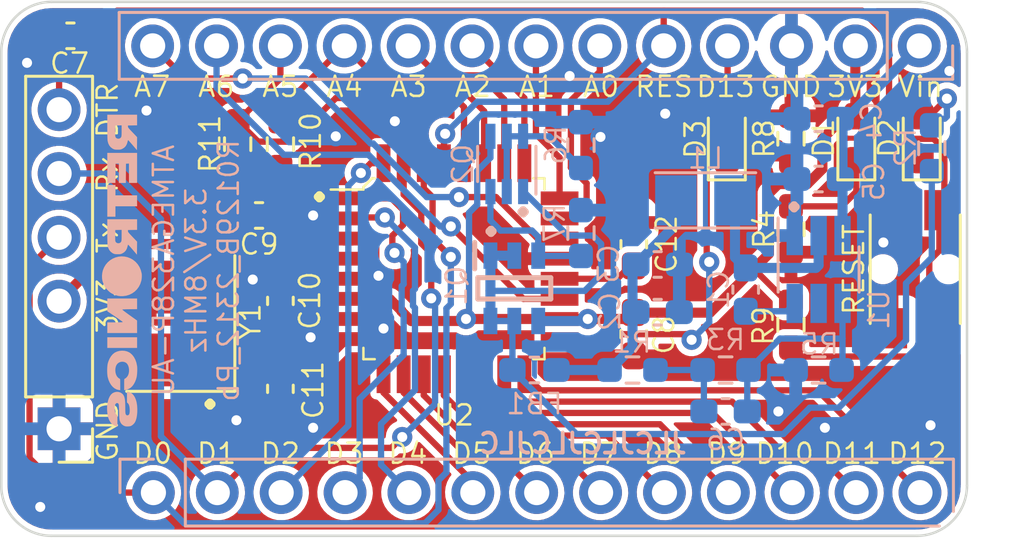
<source format=kicad_pcb>
(kicad_pcb (version 20211014) (generator pcbnew)
  (layers (0 "F.Cu" signal) (31 "B.Cu" signal) (34 "B.Paste" user) (35 "F.Paste" user) (36 "B.SilkS" user "B.Silkscreen") (37 "F.SilkS" user "F.Silkscreen") (38 "B.Mask" user) (39 "F.Mask" user) (44 "Edge.Cuts" user))
  (net 0 "")
  (net 1 "GND")
  (net 2 "Net-(C1-Pad1)")
  (net 3 "Net-(C1-Pad2)")
  (net 4 "VCC")
  (net 5 "Net-(C6-Pad1)")
  (net 6 "Net-(C7-Pad1)")
  (net 7 "RESET")
  (net 8 "Net-(C2-Pad2)")
  (net 9 "VDC")
  (net 10 "D0")
  (net 11 "D1")
  (net 12 "A0")
  (net 13 "A1")
  (net 14 "A2")
  (net 15 "A3")
  (net 16 "A4")
  (net 17 "A5")
  (net 18 "A6")
  (net 19 "A7")
  (net 20 "D2")
  (net 21 "D3")
  (net 22 "D4")
  (net 23 "D5")
  (net 24 "D6")
  (net 25 "D7")
  (net 26 "D8")
  (net 27 "D9")
  (net 28 "D10")
  (net 29 "D11")
  (net 30 "D12")
  (net 31 "D13")
  (net 32 "Net-(C6-Pad2)")
  (net 33 "Net-(C10-Pad1)")
  (net 34 "Net-(C11-Pad1)")
  (net 35 "Net-(C12-Pad2)")
  (net 36 "Net-(Q1-Pad3)")
  (net 37 "Net-(Q2-Pad2)")
  (net 39 "Net-(FB1-Pad2)")
  (net 40 "Net-(D3-Pad1)")
  (net 41 "Net-(D1-Pad1)")
  (net 42 "Net-(D2-Pad2)")
  (footprint "Resistor_SMD:R_0603_1608Metric_Pad0.98x0.95mm_HandSolder" (layer "F.Cu") (at 188.9 84.1 -90)
    (fp_text reference "R9")
    (fp_text value "10kΩ")
  )
  (footprint "Resistor_SMD:R_0603_1608Metric_Pad0.98x0.95mm_HandSolder" (layer "F.Cu") (at 188.9 76.6975 -90)
    (fp_text reference "R8")
    (fp_text value "560Ω")
  )
  (footprint "LED_SMD:LED_0603_1608Metric_Pad1.05x0.95mm_HandSolder" (layer "F.Cu") (at 191.5 76.675 90)
    (fp_text reference "D1")
    (fp_text value "\"Vcc\"")
  )
  (footprint "Capacitor_SMD:C_0603_1608Metric_Pad1.08x0.95mm_HandSolder" (layer "F.Cu") (at 168.6 83.15 90)
    (fp_text reference "C10")
    (fp_text value "22pF")
  )
  (footprint "Crystal:Crystal_SMD_SeikoEpson_TSX3225-4Pin_3.2x2.5mm_HandSoldering" (layer "F.Cu") (at 164.6375 84.05 90)
    (fp_text reference "Y1")
    (fp_text value "16MHz 16pF")
  )
  (footprint "Capacitor_SMD:C_0603_1608Metric_Pad1.08x0.95mm_HandSolder" (layer "F.Cu") (at 182.65 80.895 -90)
    (fp_text reference "C12")
    (fp_text value "100nF")
  )
  (footprint "Resistor_SMD:R_0603_1608Metric_Pad0.98x0.95mm_HandSolder" (layer "F.Cu") (at 166.9 76.9125 90)
    (fp_text reference "R11")
    (fp_text value "10kΩ")
  )
  (footprint "Capacitor_SMD:C_0603_1608Metric_Pad1.08x0.95mm_HandSolder" (layer "F.Cu") (at 160.25 72.6)
    (fp_text reference "C7")
    (fp_text value "10nF")
  )
  (footprint "myDevices:Tactile_sw_SMD_side_01" (layer "F.Cu") (at 194.0825 81.89 90)
    (fp_text reference "SW1" hide)
    (fp_text value "RESET")
  )
  (footprint "Capacitor_SMD:C_0603_1608Metric_Pad1.08x0.95mm_HandSolder" (layer "F.Cu") (at 168.6 86.65 -90)
    (fp_text reference "C11")
    (fp_text value "22pF")
  )
  (footprint "LED_SMD:LED_0603_1608Metric_Pad1.05x0.95mm_HandSolder" (layer "F.Cu") (at 194.1 76.675 90)
    (fp_text reference "D2")
    (fp_text value "\"Vin\"")
  )
  (footprint "Capacitor_SMD:C_0603_1608Metric_Pad1.08x0.95mm_HandSolder" (layer "F.Cu") (at 182.65 84.475 90)
    (fp_text reference "C8")
    (fp_text value "100nF")
  )
  (footprint "Connector_PinHeader_2.54mm:PinHeader_1x06_P2.54mm_Vertical" (layer "F.Cu") (at 159.8 88.24 180)
    (fp_text reference "J3" hide)
    (fp_text value "FTDI")
  )
  (footprint "Capacitor_SMD:C_0603_1608Metric_Pad1.08x0.95mm_HandSolder" (layer "F.Cu") (at 167.75 79.75)
    (fp_text reference "C9")
    (fp_text value "100nF")
  )
  (footprint "digikey-footprints:TQFP-32_7x7mm" (layer "F.Cu") (at 175.5 81.87)
    (fp_text reference "U2")
    (fp_text value "ATMEGA328P-AU")
  )
  (footprint "Resistor_SMD:R_0603_1608Metric_Pad0.98x0.95mm_HandSolder" (layer "F.Cu") (at 168.6 76.9125 -90)
    (fp_text reference "R10")
    (fp_text value "10kΩ")
  )
  (footprint "Resistor_SMD:R_0603_1608Metric_Pad0.98x0.95mm_HandSolder" (layer "F.Cu") (at 188.9 80.3 -90)
    (fp_text reference "R4")
    (fp_text value "560Ω")
  )
  (footprint "LED_SMD:LED_0603_1608Metric_Pad1.05x0.95mm_HandSolder" (layer "F.Cu") (at 186.35 76.675 90)
    (fp_text reference "D3")
    (fp_text value "\"D13\"")
  )
  (footprint "Resistor_SMD:R_0603_1608Metric_Pad0.98x0.95mm_HandSolder" (layer "B.Cu") (at 194.5 77.075 90)
    (fp_text reference "R2")
    (fp_text value "560Ω")
  )
  (footprint "Capacitor_SMD:C_0603_1608Metric_Pad1.08x0.95mm_HandSolder" (layer "B.Cu") (at 186.3 87.55 180)
    (fp_text reference "C6")
    (fp_text value "75pF")
  )
  (footprint "Resistor_SMD:R_0603_1608Metric_Pad0.98x0.95mm_HandSolder" (layer "B.Cu") (at 180.55 80.45 -90)
    (fp_text reference "R7")
    (fp_text value "10kΩ")
  )
  (footprint "Capacitor_SMD:C_0603_1608Metric_Pad1.08x0.95mm_HandSolder" (layer "B.Cu") (at 183.6 81.7 180)
    (fp_text reference "C3")
    (fp_text value "22µF 10V")
  )
  (footprint "Capacitor_SMD:C_0603_1608Metric_Pad1.08x0.95mm_HandSolder" (layer "B.Cu") (at 187.1 82.7 -90)
    (fp_text reference "C1")
    (fp_text value "100nF")
  )
  (footprint "SamacSys_Parts:SOT95P280X100-6N" (layer "B.Cu") (at 177.9 82.65 -90)
    (fp_text reference "Q1")
    (fp_text value "Si3493DDV" hide)
  )
  (footprint "Resistor_SMD:R_0603_1608Metric_Pad0.98x0.95mm_HandSolder" (layer "B.Cu") (at 190 85.9 180)
    (fp_text reference "R5")
    (fp_text value "13.3kΩ")
  )
  (footprint "Capacitor_SMD:C_0603_1608Metric_Pad1.08x0.95mm_HandSolder" (layer "B.Cu") (at 183.6 83.6 180)
    (fp_text reference "C2")
    (fp_text value "22µF 10V")
  )
  (footprint "Capacitor_SMD:C_0603_1608Metric_Pad1.08x0.95mm_HandSolder" (layer "B.Cu") (at 190 78.3)
    (fp_text reference "C5")
    (fp_text value "100nF")
  )
  (footprint "Capacitor_SMD:C_0603_1608Metric_Pad1.08x0.95mm_HandSolder" (layer "B.Cu") (at 190 75.9)
    (fp_text reference "C4")
    (fp_text value "10µF 35V")
  )
  (footprint "myDevices:SOT-363_SC-70-6-Handsoldering" (layer "B.Cu") (at 177.6 77.7 90)
    (fp_text reference "Q2")
    (fp_text value "BC857BS")
  )
  (footprint "Resistor_SMD:R_0603_1608Metric_Pad0.98x0.95mm_HandSolder" (layer "B.Cu") (at 182.6 85.9)
    (fp_text reference "R1")
    (fp_text value "49.9Ω")
  )
  (footprint "Resistor_SMD:R_0603_1608Metric_Pad0.98x0.95mm_HandSolder" (layer "B.Cu") (at 186.3 85.9)
    (fp_text reference "R3")
    (fp_text value "100kΩ")
  )
  (footprint "Inductor_SMD:L_Taiyo-Yuden_NR-20xx_HandSoldering" (layer "B.Cu") (at 185.5 79.15 180)
    (fp_text reference "L1")
    (fp_text value "10µH 1A")
  )
  (footprint "Graphics:retronics_logo_14mm" (layer "B.Cu") (at 162.275 81.946671 -90)
    (fp_text reference "G***" hide)
    (fp_text value "LOGO" hide)
  )
  (footprint "Resistor_SMD:R_0603_1608Metric_Pad0.98x0.95mm_HandSolder" (layer "B.Cu") (at 180.55 76.95 -90)
    (fp_text reference "R6")
    (fp_text value "10kΩ")
  )
  (footprint "Package_TO_SOT_SMD:SOT-23-6_Handsoldering" (layer "B.Cu") (at 190 81.9 -90)
    (fp_text reference "U1")
    (fp_text value "TPS54302")
  )
  (footprint "Inductor_SMD:L_0603_1608Metric_Pad1.05x0.95mm_HandSolder" (layer "B.Cu") (at 178.7 85.9 180)
    (fp_text reference "FB1")
    (fp_text value "FerriteBead_Small")
  )
  (footprint "Connector_PinHeader_2.54mm:PinHeader_1x13_P2.54mm_Vertical" (layer "B.Cu") (at 163.55 90.78 -90)
    (fp_text reference "J1" hide)
    (fp_text value "Pin header 1" hide)
  )
  (footprint "Connector_PinHeader_2.54mm:PinHeader_1x13_P2.54mm_Vertical" (layer "B.Cu") (at 194 73 90)
    (fp_text reference "J2" hide)
    (fp_text value "Pin header 2" hide)
  )
  (gr_arc (start 157.5 73.25) (mid 158.085786 71.835786) (end 159.5 71.25) (layer "Edge.Cuts") (width 0.1))
  (gr_line (start 159.5 92.5) (end 193.9 92.5) (layer "Edge.Cuts") (width 0.1))
  (gr_line (start 157.5 73.25) (end 157.5 90.5) (layer "Edge.Cuts") (width 0.1))
  (gr_line (start 193.9 71.25) (end 159.5 71.25) (layer "Edge.Cuts") (width 0.1))
  (gr_arc (start 193.9 71.25) (mid 195.314214 71.835786) (end 195.9 73.25) (layer "Edge.Cuts") (width 0.1))
  (gr_arc (start 195.9 90.5) (mid 195.314214 91.914214) (end 193.9 92.5) (layer "Edge.Cuts") (width 0.1))
  (gr_line (start 195.9 90.5) (end 195.9 73.25) (layer "Edge.Cuts") (width 0.1))
  (gr_arc (start 159.5 92.5) (mid 158.085786 91.914214) (end 157.5 90.5) (layer "Edge.Cuts") (width 0.1))
  (gr_text "." (at 178.25 79) (layer "B.SilkS") (effects (font (size 1.5 1.5) (thickness 0.3)) (justify mirror)))
  (gr_text "." (at 176.975 79.775) (layer "B.SilkS") (effects (font (size 1.5 1.5) (thickness 0.3)) (justify mirror)))
  (gr_text "." (at 189.025 78.8) (layer "B.SilkS") (effects (font (size 1.5 1.5) (thickness 0.3)) (justify mirror)))
  (gr_text "ATMEGA328P-AU\n3.3V/8MHz\nR0129B_2312_Pb" (at 165.25 81.943344 90) (layer "B.SilkS") (effects (font (size 0.8 0.8) (thickness 0.1)) (justify mirror)))
  (gr_text "JLCJLCJLCJLC" (at 180.625 88.825) (layer "B.SilkS") (effects (font (size 0.8 0.8)) (justify mirror)))
  (gr_text "Tx" (at 161.73 80.63 90) (layer "F.SilkS") (effects (font (size 0.8 0.8) (thickness 0.1))))
  (gr_text "." (at 170.15 78.4) (layer "F.SilkS") (effects (font (size 1.5 1.5) (thickness 0.3))))
  (gr_text "GND" (at 161.725 88.325 90) (layer "F.SilkS") (effects (font (size 0.8 0.8) (thickness 0.1))))
  (gr_text "D13" (at 186.3 74.625) (layer "F.SilkS") (effects (font (size 0.8 0.8) (thickness 0.1))))
  (gr_text "D4" (at 173.669444 89.225) (layer "F.SilkS") (effects (font (size 0.8 0.8) (thickness 0.1))))
  (gr_text "A6" (at 166.05 74.625) (layer "F.SilkS") (effects (font (size 0.8 0.8) (thickness 0.1))))
  (gr_text "A0" (at 181.35 74.625) (layer "F.SilkS") (effects (font (size 0.8 0.8) (thickness 0.1))))
  (gr_text "GND" (at 188.9 74.625) (layer "F.SilkS") (effects (font (size 0.8 0.8) (thickness 0.1))))
  (gr_text "A2" (at 176.25 74.625) (layer "F.SilkS") (effects (font (size 0.8 0.8) (thickness 0.1))))
  (gr_text "3V3" (at 191.45 74.625) (layer "F.SilkS") (effects (font (size 0.8 0.8) (thickness 0.1))))
  (gr_text "Rx" (at 161.725 78.125 90) (layer "F.SilkS") (effects (font (size 0.8 0.8) (thickness 0.1))))
  (gr_text "A4" (at 171.15 74.625) (layer "F.SilkS") (effects (font (size 0.8 0.8) (thickness 0.1))))
  (gr_text "Vin" (at 194.05 74.625) (layer "F.SilkS") (effects (font (size 0.8 0.8) (thickness 0.1))))
  (gr_text "RES" (at 183.85 74.625) (layer "F.SilkS") (effects (font (size 0.8 0.8) (thickness 0.1))))
  (gr_text "D10" (at 188.65 89.225) (layer "F.SilkS") (effects (font (size 0.8 0.8) (thickness 0.1))))
  (gr_text "D7" (at 181.277777 89.225) (layer "F.SilkS") (effects (font (size 0.8 0.8) (thickness 0.1))))
  (gr_text "D12" (at 193.925 89.225) (layer "F.SilkS") (effects (font (size 0.8 0.8) (thickness 0.1))))
  (gr_text "3V3" (at 161.73 83.34 90) (layer "F.SilkS") (effects (font (size 0.8 0.8) (thickness 0.1))))
  (gr_text "D0" (at 163.525 89.225) (layer "F.SilkS") (effects (font (size 0.8 0.8) (thickness 0.1))))
  (gr_text "A1" (at 178.8 74.625) (layer "F.SilkS") (effects (font (size 0.8 0.8) (thickness 0.1))))
  (gr_text "A5" (at 168.6 74.625) (layer "F.SilkS") (effects (font (size 0.8 0.8) (thickness 0.1))))
  (gr_text "A7" (at 163.5 74.625) (layer "F.SilkS") (effects (font (size 0.8 0.8) (thickness 0.1))))
  (gr_text "D1" (at 166.061111 89.225) (layer "F.SilkS") (effects (font (size 0.8 0.8) (thickness 0.1))))
  (gr_text "." (at 165.8 86.65) (layer "F.SilkS") (effects (font (size 1.5 1.5) (thickness 0.3))))
  (gr_text "RESET" (at 191.4 81.9 90) (layer "F.SilkS") (effects (font (size 0.8 0.8) (thickness 0.1))))
  (gr_text "DTR" (at 161.725 75.56 90) (layer "F.SilkS") (effects (font (size 0.8 0.8) (thickness 0.1))))
  (gr_text "D11" (at 191.325 89.225) (layer "F.SilkS") (effects (font (size 0.8 0.8) (thickness 0.1))))
  (gr_text "D2" (at 168.597222 89.225) (layer "F.SilkS") (effects (font (size 0.8 0.8) (thickness 0.1))))
  (gr_text "D5" (at 176.205555 89.225) (layer "F.SilkS") (effects (font (size 0.8 0.8) (thickness 0.1))))
  (gr_text "A3" (at 173.7 74.625) (layer "F.SilkS") (effects (font (size 0.8 0.8) (thickness 0.1))))
  (gr_text "D9" (at 186.35 89.225) (layer "F.SilkS") (effects (font (size 0.8 0.8) (thickness 0.1))))
  (gr_text "D6" (at 178.741666 89.225) (layer "F.SilkS") (effects (font (size 0.8 0.8) (thickness 0.1))))
  (gr_text "D8" (at 183.813888 89.225) (layer "F.SilkS") (effects (font (size 0.8 0.8) (thickness 0.1))))
  (gr_text "D3" (at 171.133333 89.225) (layer "F.SilkS") (effects (font (size 0.8 0.8) (thickness 0.1))))
  (segment (start 172.410451 80.780451) (end 172.410451 82.060451) (width 0.25) (layer "F.Cu") (net 1))
  (segment (start 169.9 80.2) (end 170.37 80.67) (width 0.4) (layer "F.Cu") (net 1))
  (segment (start 165.725 82.6) (end 167.2 82.6) (width 0.4) (layer "F.Cu") (net 1))
  (segment (start 172.3 80.67) (end 172.410451 80.780451) (width 0.25) (layer "F.Cu") (net 1))
  (segment (start 170.37 80.67) (end 171.3 80.67) (width 0.4) (layer "F.Cu") (net 1))
  (segment (start 172.38 82.27) (end 172.5 82.15) (width 0.4) (layer "F.Cu") (net 1))
  (segment (start 171.3 80.67) (end 172.3 80.67) (width 0.25) (layer "F.Cu") (net 1))
  (segment (start 172.410451 82.060451) (end 172.5 82.15) (width 0.25) (layer "F.Cu") (net 1))
  (segment (start 169.9 79.75) (end 169.9 80.2) (width 0.4) (layer "F.Cu") (net 1))
  (segment (start 171.3 82.27) (end 172.38 82.27) (width 0.4) (layer "F.Cu") (net 1))
  (segment (start 167.5125 82.2875) (end 167.5 82.3) (width 0.4) (layer "F.Cu") (net 1))
  (segment (start 168.6 82.2875) (end 167.5125 82.2875) (width 0.4) (layer "F.Cu") (net 1))
  (segment (start 167.2 82.6) (end 167.5 82.3) (width 0.4) (layer "F.Cu") (net 1))
  (via (at 180.1 74.2) (size 0.8) (drill 0.4) (layers "F.Cu" "B.Cu") (net 1))
  (via (at 183.9 75.7) (size 0.8) (drill 0.4) (layers "F.Cu" "B.Cu") (net 1))
  (via (at 166.85 87.9) (size 0.8) (drill 0.4) (layers "F.Cu" "B.Cu") (net 1))
  (via (at 169.8 84.6) (size 0.8) (drill 0.4) (layers "F.Cu" "B.Cu") (net 1))
  (via (at 167.5 82.3) (size 0.8) (drill 0.4) (layers "F.Cu" "B.Cu") (net 1))
  (via (at 172.7 84.25) (size 0.8) (drill 0.4) (layers "F.Cu" "B.Cu") (net 1))
  (via (at 173.15 76) (size 0.8) (drill 0.4) (layers "F.Cu" "B.Cu") (net 1))
  (via (at 172.5 82.15) (size 0.8) (drill 0.4) (layers "F.Cu" "B.Cu") (net 1))
  (via (at 170.8 76.6) (size 0.8) (drill 0.4) (layers "F.Cu" "B.Cu") (net 1))
  (via (at 159.05 91.35) (size 0.8) (drill 0.4) (layers "F.Cu" "B.Cu") (net 1))
  (via (at 181.325498 76.625) (size 0.8) (drill 0.4) (layers "F.Cu" "B.Cu") (net 1))
  (via (at 194.45 88.1) (size 0.8) (drill 0.4) (layers "F.Cu" "B.Cu") (net 1))
  (via (at 192.575 80.825) (size 0.8) (drill 0.4) (layers "F.Cu" "B.Cu") (net 1))
  (via (at 158.525 73.675) (size 0.8) (drill 0.4) (layers "F.Cu" "B.Cu") (net 1))
  (via (at 163.275 75.575) (size 0.8) (drill 0.4) (layers "F.Cu" "B.Cu") (net 1))
  (via (at 188.4 87.55) (size 0.8) (drill 0.4) (layers "F.Cu" "B.Cu") (net 1))
  (via (at 190.25 88.2) (size 0.8) (drill 0.4) (layers "F.Cu" "B.Cu") (net 1))
  (via (at 169.9 88.2) (size 0.8) (drill 0.4) (layers "F.Cu" "B.Cu") (net 1))
  (via (at 169.9 79.75) (size 0.8) (drill 0.4) (layers "F.Cu" "B.Cu") (net 1))
  (via (at 195.2 74) (size 0.8) (drill 0.4) (layers "F.Cu" "B.Cu") (net 1))
  (segment (start 190 81.73) (end 189.8925 81.8375) (width 0.4) (layer "B.Cu") (net 2))
  (segment (start 186.675 79.15) (end 186.675 81.4125) (width 0.4) (layer "B.Cu") (net 2))
  (segment (start 186.675 81.4125) (end 187.1 81.8375) (width 0.4) (layer "B.Cu") (net 2))
  (segment (start 190 80.55) (end 190 81.73) (width 0.4) (layer "B.Cu") (net 2))
  (segment (start 189.8925 81.8375) (end 187.1 81.8375) (width 0.4) (layer "B.Cu") (net 2))
  (segment (start 188.7375 83.5625) (end 189.05 83.25) (width 0.25) (layer "B.Cu") (net 3))
  (segment (start 187.1 83.5625) (end 188.7375 83.5625) (width 0.25) (layer "B.Cu") (net 3))
  (segment (start 173.8 83.95) (end 175.9 83.95) (width 0.4) (layer "F.Cu") (net 4))
  (segment (start 188.7375 83.1875) (end 187.425 81.875) (width 0.25) (layer "F.Cu") (net 4))
  (segment (start 171.319813 83.089813) (end 171.3 83.07) (width 0.4) (layer "F.Cu") (net 4))
  (segment (start 188.9 83.1875) (end 188.7375 83.1875) (width 0.25) (layer "F.Cu") (net 4))
  (segment (start 191.46 73) (end 191.46 75.39) (width 0.4) (layer "F.Cu") (net 4))
  (segment (start 185.6825 83.6175) (end 182.5 83.6175) (width 0.4) (layer "F.Cu") (net 4))
  (segment (start 170.27 83.07) (end 169.75 82.55) (width 0.4) (layer "F.Cu") (net 4))
  (segment (start 191.46 75.39) (end 190.15 76.7) (width 0.4) (layer "F.Cu") (net 4))
  (segment (start 180.82 83.87) (end 182.2475 83.87) (width 0.4) (layer "F.Cu") (net 4))
  (segment (start 173.410187 83.539813) (end 172.960187 83.089813) (width 0.4) (layer "F.Cu") (net 4))
  (segment (start 168.7125 79.85) (end 168.6125 79.75) (width 0.4) (layer "F.Cu") (net 4))
  (segment (start 168.7125 80.8875) (end 168.7125 79.85) (width 0.4) (layer "F.Cu") (net 4))
  (segment (start 182.2475 83.87) (end 182.5 83.6175) (width 0.4) (layer "F.Cu") (net 4))
  (segment (start 166.9 77.825) (end 168.6 77.825) (width 0.25) (layer "F.Cu") (net 4))
  (segment (start 190.15 77.9) (end 189.55 78.5) (width 0.4) (layer "F.Cu") (net 4))
  (segment (start 173.410187 83.560187) (end 173.410187 83.539813) (width 0.4) (layer "F.Cu") (net 4))
  (segment (start 190.15 76.7) (end 190.15 77.9) (width 0.4) (layer "F.Cu") (net 4))
  (segment (start 159.8 83.15) (end 159.8 83.16) (width 0.4) (layer "F.Cu") (net 4))
  (segment (start 189.55 78.5) (end 188.398439 78.5) (width 0.4) (layer "F.Cu") (net 4))
  (segment (start 168.7125 80.8875) (end 162.0625 80.8875) (width 0.4) (layer "F.Cu") (net 4))
  (segment (start 175.98 83.87) (end 179.7 83.87) (width 0.4) (layer "F.Cu") (net 4))
  (segment (start 173.410187 83.560187) (end 173.8 83.95) (width 0.4) (layer "F.Cu") (net 4))
  (segment (start 188.398439 78.5) (end 188.025 78.873439) (width 0.4) (layer "F.Cu") (net 4))
  (segment (start 169.1375 80.8875) (end 169.75 81.5) (width 0.4) (layer "F.Cu") (net 4))
  (segment (start 179.7 83.87) (end 180.82 83.87) (width 0.4) (layer "F.Cu") (net 4))
  (segment (start 168.6 79.7375) (end 168.6125 79.75) (width 0.25) (layer "F.Cu") (net 4))
  (segment (start 168.7125 80.8875) (end 169.1375 80.8875) (width 0.4) (layer "F.Cu") (net 4))
  (segment (start 169.78 81.47) (end 169.75 81.5) (width 0.4) (layer "F.Cu") (net 4))
  (segment (start 171.3 83.07) (end 170.27 83.07) (width 0.4) (layer "F.Cu") (net 4))
  (segment (start 168.6 77.825) (end 168.6 79.7375) (width 0.25) (layer "F.Cu") (net 4))
  (segment (start 188.025 81.275) (end 187.425 81.875) (width 0.4) (layer "F.Cu") (net 4))
  (segment (start 172.960187 83.089813) (end 171.319813 83.089813) (width 0.4) (layer "F.Cu") (net 4))
  (segment (start 162.0625 80.8875) (end 159.8 83.15) (width 0.4) (layer "F.Cu") (net 4))
  (segment (start 187.425 81.875) (end 185.6825 83.6175) (width 0.4) (layer "F.Cu") (net 4))
  (segment (start 169.75 82.55) (end 169.75 81.5) (width 0.4) (layer "F.Cu") (net 4))
  (segment (start 175.9 83.95) (end 175.98 83.87) (width 0.4) (layer "F.Cu") (net 4))
  (segment (start 188.025 78.873439) (end 188.025 81.275) (width 0.4) (layer "F.Cu") (net 4))
  (segment (start 171.3 81.47) (end 169.78 81.47) (width 0.4) (layer "F.Cu") (net 4))
  (via (at 175.98 83.87) (size 0.8) (drill 0.4) (layers "F.Cu" "B.Cu") (net 4))
  (via (at 180.82 83.87) (size 0.8) (drill 0.4) (layers "F.Cu" "B.Cu") (net 4))
  (segment (start 175.98 83.87) (end 176.1 83.75) (width 0.25) (layer "B.Cu") (net 4))
  (segment (start 176.425 79.319807) (end 176.425 77.975) (width 0.25) (layer "B.Cu") (net 4))
  (segment (start 180.74 83.95) (end 180.82 83.87) (width 0.4) (layer "B.Cu") (net 4))
  (segment (start 176.1 83.75) (end 176.1 79.644807) (width 0.25) (layer "B.Cu") (net 4))
  (segment (start 178.85 83.95) (end 180.74 83.95) (width 0.4) (layer "B.Cu") (net 4))
  (segment (start 176.95 77.45) (end 176.425 77.975) (width 0.25) (layer "B.Cu") (net 4))
  (segment (start 176.95 76.75) (end 176.95 77.45) (width 0.25) (layer "B.Cu") (net 4))
  (segment (start 176.1 79.644807) (end 176.425 79.319807) (width 0.25) (layer "B.Cu") (net 4))
  (segment (start 187.1625 85.95) (end 187.2125 85.9) (width 0.25) (layer "B.Cu") (net 5))
  (segment (start 190.95 84.65) (end 190.95 83.25) (width 0.25) (layer "B.Cu") (net 5))
  (segment (start 190.9125 85.9) (end 190.95 85.8625) (width 0.25) (layer "B.Cu") (net 5))
  (segment (start 188.4625 84.65) (end 190.95 84.65) (width 0.25) (layer "B.Cu") (net 5))
  (segment (start 187.2125 85.9) (end 188.4625 84.65) (width 0.25) (layer "B.Cu") (net 5))
  (segment (start 187.1625 87.55) (end 187.1625 85.95) (width 0.25) (layer "B.Cu") (net 5))
  (segment (start 190.95 85.8625) (end 190.95 84.65) (width 0.25) (layer "B.Cu") (net 5))
  (segment (start 159.8 73.0125) (end 159.3875 72.6) (width 0.25) (layer "F.Cu") (net 6))
  (segment (start 159.8 75.54) (end 159.8 73.0125) (width 0.25) (layer "F.Cu") (net 6))
  (segment (start 162.1125 71.6) (end 183.85 71.6) (width 0.25) (layer "F.Cu") (net 7))
  (segment (start 175.1 76.55) (end 175.15 76.5) (width 0.25) (layer "F.Cu") (net 7))
  (segment (start 194.570495 76.7) (end 195 77.129505) (width 0.25) (layer "F.Cu") (net 7))
  (segment (start 194.8025 81.1475) (end 194.4 81.55) (width 0.25) (layer "F.Cu") (net 7))
  (segment (start 183.85 71.6) (end 191.721701 71.6) (width 0.25) (layer "F.Cu") (net 7))
  (segment (start 195 79.343) (end 194.8025 79.5405) (width 0.25) (layer "F.Cu") (net 7))
  (segment (start 183.84 71.61) (end 183.85 71.6) (width 0.25) (layer "F.Cu") (net 7))
  (segment (start 191.721701 71.6) (end 192.8 72.678299) (width 0.25) (layer "F.Cu") (net 7))
  (segment (start 175.1 77.67) (end 175.1 76.55) (width 0.25) (layer "F.Cu") (net 7))
  (segment (start 192.8 75.870495) (end 193.629505 76.7) (width 0.25) (layer "F.Cu") (net 7))
  (segment (start 188.9 85.0125) (end 189.252 85.3645) (width 0.25) (layer "F.Cu") (net 7))
  (segment (start 194.8025 79.5405) (end 194.8025 81.1475) (width 0.25) (layer "F.Cu") (net 7))
  (segment (start 192.8 72.678299) (end 192.8 75.870495) (width 0.25) (layer "F.Cu") (net 7))
  (segment (start 194.4 83.837) (end 194.8025 84.2395) (width 0.25) (layer "F.Cu") (net 7))
  (segment (start 183.84 73) (end 183.84 71.61) (width 0.25) (layer "F.Cu") (net 7))
  (segment (start 195 77.129505) (end 195 79.343) (width 0.25) (layer "F.Cu") (net 7))
  (segment (start 194.4 81.55) (end 194.4 83.837) (width 0.25) (layer "F.Cu") (net 7))
  (segment (start 193.629505 76.7) (end 194.570495 76.7) (width 0.25) (layer "F.Cu") (net 7))
  (segment (start 161.1125 72.6) (end 162.1125 71.6) (width 0.25) (layer "F.Cu") (net 7))
  (segment (start 193.6775 85.3645) (end 194.8025 84.2395) (width 0.25) (layer "F.Cu") (net 7))
  (segment (start 189.252 85.3645) (end 193.6775 85.3645) (width 0.25) (layer "F.Cu") (net 7))
  (via (at 175.15 76.5) (size 0.8) (drill 0.4) (layers "F.Cu" "B.Cu") (net 7))
  (segment (start 176.425 75.225) (end 181.615 75.225) (width 0.25) (layer "B.Cu") (net 7))
  (segment (start 175.15 76.5) (end 176.425 75.225) (width 0.25) (layer "B.Cu") (net 7))
  (segment (start 181.615 75.225) (end 183.84 73) (width 0.25) (layer "B.Cu") (net 7))
  (segment (start 179.575 85.9) (end 181.6875 85.9) (width 0.4) (layer "B.Cu") (net 8))
  (segment (start 182.6 84.9875) (end 182.6 81.8375) (width 0.4) (layer "B.Cu") (net 8))
  (segment (start 182.6 84.9875) (end 181.6875 85.9) (width 0.4) (layer "B.Cu") (net 8))
  (segment (start 184.325 80.1125) (end 182.7375 81.7) (width 0.4) (layer "B.Cu") (net 8))
  (segment (start 184.325 79.15) (end 184.325 80.1125) (width 0.4) (layer "B.Cu") (net 8))
  (segment (start 182.6 81.8375) (end 182.7375 81.7) (width 0.4) (layer "B.Cu") (net 8))
  (segment (start 190.8625 75.9) (end 191.1 75.9) (width 0.4) (layer "B.Cu") (net 9))
  (segment (start 190.95 80.55) (end 190.95 75.9875) (width 0.4) (layer "B.Cu") (net 9))
  (segment (start 191.1 75.9) (end 194 73) (width 0.4) (layer "B.Cu") (net 9))
  (segment (start 190.95 75.9875) (end 190.8625 75.9) (width 0.4) (layer "B.Cu") (net 9))
  (segment (start 159.99 90.78) (end 163.55 90.78) (width 0.25) (layer "F.Cu") (net 10))
  (segment (start 174.6505 80.675) (end 174.6505 79.0205) (width 0.25) (layer "F.Cu") (net 10))
  (segment (start 174.6505 79.0205) (end 174.3 78.67) (width 0.25) (layer "F.Cu") (net 10))
  (segment (start 175.3755 81.4) (end 174.6505 80.675) (width 0.25) (layer "F.Cu") (net 10))
  (segment (start 159.8 80.62) (end 158.625 81.795) (width 0.25) (layer "F.Cu") (net 10))
  (segment (start 158.625 89.415) (end 159.99 90.78) (width 0.25) (layer "F.Cu") (net 10))
  (segment (start 174.3 78.67) (end 174.3 77.67) (width 0.25) (layer "F.Cu") (net 10))
  (segment (start 158.625 81.795) (end 158.625 89.415) (width 0.25) (layer "F.Cu") (net 10))
  (via (at 175.3755 81.4) (size 0.8) (drill 0.4) (layers "F.Cu" "B.Cu") (net 10))
  (segment (start 175.3755 83.2745) (end 175.2 83.45) (width 0.25) (layer "B.Cu") (net 10))
  (segment (start 175.3755 81.4) (end 175.3755 83.2745) (width 0.25) (layer "B.Cu") (net 10))
  (segment (start 164.77 92) (end 163.55 90.78) (width 0.25) (layer "B.Cu") (net 10))
  (segment (start 175.2 83.45) (end 175.2 89.978299) (width 0.25) (layer "B.Cu") (net 10))
  (segment (start 175.2 89.978299) (end 174.885 90.293299) (width 0.25) (layer "B.Cu") (net 10))
  (segment (start 174.35 92) (end 164.77 92) (width 0.25) (layer "B.Cu") (net 10))
  (segment (start 174.885 91.465) (end 174.35 92) (width 0.25) (layer "B.Cu") (net 10))
  (segment (start 174.885 90.293299) (end 174.885 91.465) (width 0.25) (layer "B.Cu") (net 10))
  (segment (start 173.01162 89) (end 173.443511 88.568109) (width 0.25) (layer "F.Cu") (net 11))
  (segment (start 170.9 89) (end 173.01162 89) (width 0.25) (layer "F.Cu") (net 11))
  (segment (start 174.59687 83.048583) (end 174.59687 81.257766) (width 0.25) (layer "F.Cu") (net 11))
  (segment (start 174.2005 79.618799) (end 173.5 78.918299) (width 0.25) (layer "F.Cu") (net 11))
  (segment (start 174.59687 81.257766) (end 174.2005 80.861396) (width 0.25) (layer "F.Cu") (net 11))
  (segment (start 166.09 90.78) (end 167.87 89) (width 0.25) (layer "F.Cu") (net 11))
  (segment (start 167.87 89) (end 170.9 89) (width 0.25) (layer "F.Cu") (net 11))
  (segment (start 173.5 78.918299) (end 173.5 77.67) (width 0.25) (layer "F.Cu") (net 11))
  (segment (start 174.2005 80.861396) (end 174.2005 79.618799) (width 0.25) (layer "F.Cu") (net 11))
  (via (at 173.443511 88.568109) (size 0.8) (drill 0.4) (layers "F.Cu" "B.Cu") (net 11))
  (via (at 174.59687 83.048583) (size 0.8) (drill 0.4) (layers "F.Cu" "B.Cu") (net 11))
  (segment (start 163.85 79.9) (end 162.03 78.08) (width 0.25) (layer "B.Cu") (net 11))
  (segment (start 162.03 78.08) (end 159.8 78.08) (width 0.25) (layer "B.Cu") (net 11))
  (segment (start 163.85 88.54) (end 163.85 79.9) (width 0.25) (layer "B.Cu") (net 11))
  (segment (start 174.75 87.26162) (end 173.443511 88.568109) (width 0.25) (layer "B.Cu") (net 11))
  (segment (start 174.75 83.201713) (end 174.75 87.26162) (width 0.25) (layer "B.Cu") (net 11))
  (segment (start 174.59687 83.048583) (end 174.75 83.201713) (width 0.25) (layer "B.Cu") (net 11))
  (segment (start 166.09 90.78) (end 163.85 88.54) (width 0.25) (layer "B.Cu") (net 11))
  (segment (start 180.15 77.845) (end 180.15 75.175305) (width 0.25) (layer "F.Cu") (net 12))
  (segment (start 181.3 74.025305) (end 181.3 73) (width 0.25) (layer "F.Cu") (net 12))
  (segment (start 180.775 78.47) (end 180.15 77.845) (width 0.25) (layer "F.Cu") (net 12))
  (segment (start 180.575 79.87) (end 180.775 79.67) (width 0.25) (layer "F.Cu") (net 12))
  (segment (start 180.775 79.67) (end 180.775 78.47) (width 0.25) (layer "F.Cu") (net 12))
  (segment (start 179.7 79.87) (end 180.575 79.87) (width 0.25) (layer "F.Cu") (net 12))
  (segment (start 180.15 75.175305) (end 181.3 74.025305) (width 0.25) (layer "F.Cu") (net 12))
  (segment (start 178.76 76.51) (end 179.7 77.45) (width 0.25) (layer "F.Cu") (net 13))
  (segment (start 178.76 73) (end 178.76 76.51) (width 0.25) (layer "F.Cu") (net 13))
  (segment (start 179.7 77.45) (end 179.7 79.07) (width 0.25) (layer "F.Cu") (net 13))
  (segment (start 176.22 73) (end 178.3 75.08) (width 0.25) (layer "F.Cu") (net 14))
  (segment (start 178.3 75.08) (end 178.3 77.67) (width 0.25) (layer "F.Cu") (net 14))
  (segment (start 176.545 74.175) (end 177.5 75.13) (width 0.25) (layer "F.Cu") (net 15))
  (segment (start 174.855 74.175) (end 176.545 74.175) (width 0.25) (layer "F.Cu") (net 15))
  (segment (start 177.5 75.13) (end 177.5 77.67) (width 0.25) (layer "F.Cu") (net 15))
  (segment (start 173.68 73) (end 174.855 74.175) (width 0.25) (layer "F.Cu") (net 15))
  (segment (start 171.14 73) (end 172.765 74.625) (width 0.25) (layer "F.Cu") (net 16))
  (segment (start 176.7 75.6) (end 176.7 77.67) (width 0.25) (layer "F.Cu") (net 16))
  (segment (start 168.6 75.54) (end 171.14 73) (width 0.25) (layer "F.Cu") (net 16))
  (segment (start 175.725 74.625) (end 176.7 75.6) (width 0.25) (layer "F.Cu") (net 16))
  (segment (start 168.6 76) (end 168.6 75.54) (width 0.25) (layer "F.Cu") (net 16))
  (segment (start 172.765 74.625) (end 175.725 74.625) (width 0.25) (layer "F.Cu") (net 16))
  (segment (start 167.7125 76.8125) (end 166.9 76) (width 0.25) (layer "F.Cu") (net 17))
  (segment (start 168.6 74.3) (end 166.9 76) (width 0.25) (layer "F.Cu") (net 17))
  (segment (start 175.538604 75.075) (end 170.807995 75.075) (width 0.25) (layer "F.Cu") (net 17))
  (segment (start 168.6 73) (end 168.6 74.3) (width 0.25) (layer "F.Cu") (net 17))
  (segment (start 170.807995 75.075) (end 169.070495 76.8125) (width 0.25) (layer "F.Cu") (net 17))
  (segment (start 175.9 77.67) (end 175.9 75.436396) (width 0.25) (layer "F.Cu") (net 17))
  (segment (start 175.9 75.436396) (end 175.538604 75.075) (width 0.25) (layer "F.Cu") (net 17))
  (segment (start 169.070495 76.8125) (end 167.7125 76.8125) (width 0.25) (layer "F.Cu") (net 17))
  (segment (start 178.259681 83.07) (end 179.7 83.07) (width 0.25) (layer "F.Cu") (net 18))
  (segment (start 175.3755 80.185819) (end 178.259681 83.07) (width 0.25) (layer "F.Cu") (net 18))
  (via (at 175.3755 80.185819) (size 0.8) (drill 0.4) (layers "F.Cu" "B.Cu") (net 18))
  (segment (start 172.100305 77.335) (end 168.735 77.335) (width 0.25) (layer "B.Cu") (net 18))
  (segment (start 175.3755 80.185819) (end 174.951124 80.185819) (width 0.25) (layer "B.Cu") (net 18))
  (segment (start 168.735 77.335) (end 166.06 74.66) (width 0.25) (layer "B.Cu") (net 18))
  (segment (start 174.951124 80.185819) (end 172.100305 77.335) (width 0.25) (layer "B.Cu") (net 18))
  (segment (start 166.06 74.66) (end 166.06 73) (width 0.25) (layer "B.Cu") (net 18))
  (segment (start 178.825 80.67) (end 179.7 80.67) (width 0.25) (layer "F.Cu") (net 19))
  (segment (start 164.82 74.3) (end 167.1 74.3) (width 0.25) (layer "F.Cu") (net 19))
  (segment (start 175.7 79.019502) (end 177.174502 79.019502) (width 0.25) (layer "F.Cu") (net 19))
  (segment (start 163.52 73) (end 164.82 74.3) (width 0.25) (layer "F.Cu") (net 19))
  (segment (start 177.174502 79.019502) (end 178.825 80.67) (width 0.25) (layer "F.Cu") (net 19))
  (via (at 175.7 79.019502) (size 0.8) (drill 0.4) (layers "F.Cu" "B.Cu") (net 19))
  (via (at 167.1 74.3) (size 0.8) (drill 0.4) (layers "F.Cu" "B.Cu") (net 19))
  (segment (start 174.421203 79.019502) (end 172.286701 76.885) (width 0.25) (layer "B.Cu") (net 19))
  (segment (start 169.6 74.3) (end 167.1 74.3) (width 0.25) (layer "B.Cu") (net 19))
  (segment (start 172.286701 76.885) (end 172.185 76.885) (width 0.25) (layer "B.Cu") (net 19))
  (segment (start 172.185 76.885) (end 169.6 74.3) (width 0.25) (layer "B.Cu") (net 19))
  (segment (start 175.7 79.019502) (end 174.421203 79.019502) (width 0.25) (layer "B.Cu") (net 19))
  (segment (start 172.19 77.67) (end 171.8 78.06) (width 0.25) (layer "F.Cu") (net 20))
  (segment (start 172.7 77.67) (end 172.19 77.67) (width 0.25) (layer "F.Cu") (net 20))
  (via (at 171.8 78.06) (size 0.8) (drill 0.4) (layers "F.Cu" "B.Cu") (net 20))
  (segment (start 168.63 90.78) (end 171.3 88.11) (width 0.25) (layer "B.Cu") (net 20))
  (segment (start 171.3 88.11) (end 171.3 78.56) (width 0.25) (layer "B.Cu") (net 20))
  (segment (start 171.3 78.56) (end 171.8 78.06) (width 0.25) (layer "B.Cu") (net 20))
  (segment (start 173.475 79.529695) (end 173.015305 79.07) (width 0.25) (layer "F.Cu") (net 21))
  (segment (start 173.475 80.130305) (end 173.475 79.529695) (width 0.25) (layer "F.Cu") (net 21))
  (segment (start 173.135451 81.240049) (end 173.050305 81.154903) (width 0.25) (layer "F.Cu") (net 21))
  (segment (start 173.050305 80.555) (end 173.475 80.130305) (width 0.25) (layer "F.Cu") (net 21))
  (segment (start 173.015305 79.07) (end 171.3 79.07) (width 0.25) (layer "F.Cu") (net 21))
  (segment (start 173.050305 81.154903) (end 173.050305 80.555) (width 0.25) (layer "F.Cu") (net 21))
  (via (at 173.135451 81.240049) (size 0.8) (drill 0.4) (layers "F.Cu" "B.Cu") (net 21))
  (segment (start 173.5 81.604598) (end 173.5 82.483752) (width 0.25) (layer "B.Cu") (net 21))
  (segment (start 173.5 83.613414) (end 173.5 85.3) (width 0.25) (layer "B.Cu") (net 21))
  (segment (start 171.75 90.2) (end 171.17 90.78) (width 0.25) (layer "B.Cu") (net 21))
  (segment (start 173.42187 83.535284) (end 173.5 83.613414) (width 0.25) (layer "B.Cu") (net 21))
  (segment (start 171.75 87.05) (end 171.75 90.2) (width 0.25) (layer "B.Cu") (net 21))
  (segment (start 173.5 82.483752) (end 173.42187 82.561882) (width 0.25) (layer "B.Cu") (net 21))
  (segment (start 173.42187 82.561882) (end 173.42187 83.535284) (width 0.25) (layer "B.Cu") (net 21))
  (segment (start 173.5 85.3) (end 171.75 87.05) (width 0.25) (layer "B.Cu") (net 21))
  (segment (start 173.135451 81.240049) (end 173.5 81.604598) (width 0.25) (layer "B.Cu") (net 21))
  (segment (start 172.75 79.83) (end 171.34 79.83) (width 0.25) (layer "F.Cu") (net 22))
  (segment (start 171.34 79.83) (end 171.3 79.87) (width 0.25) (layer "F.Cu") (net 22))
  (via (at 172.75 79.83) (size 0.8) (drill 0.4) (layers "F.Cu" "B.Cu") (net 22))
  (segment (start 172.6 88.05) (end 172.6 89.67) (width 0.25) (layer "B.Cu") (net 22))
  (segment (start 173.87187 83.348888) (end 173.95 83.427018) (width 0.25) (layer "B.Cu") (net 22))
  (segment (start 172.75 79.83) (end 173.95 81.03) (width 0.25) (layer "B.Cu") (net 22))
  (segment (start 173.95 82.670148) (end 173.87187 82.748278) (width 0.25) (layer "B.Cu") (net 22))
  (segment (start 173.95 83.427018) (end 173.95 86.7) (width 0.25) (layer "B.Cu") (net 22))
  (segment (start 173.95 86.7) (end 172.6 88.05) (width 0.25) (layer "B.Cu") (net 22))
  (segment (start 172.6 89.67) (end 173.71 90.78) (width 0.25) (layer "B.Cu") (net 22))
  (segment (start 173.95 81.03) (end 173.95 82.670148) (width 0.25) (layer "B.Cu") (net 22))
  (segment (start 173.87187 82.748278) (end 173.87187 83.348888) (width 0.25) (layer "B.Cu") (net 22))
  (segment (start 176.25 90.35) (end 176.25 90.78) (width 0.25) (layer "F.Cu") (net 23))
  (segment (start 172.7 86.07) (end 172.7 86.8) (width 0.25) (layer "F.Cu") (net 23))
  (segment (start 172.7 86.8) (end 176.25 90.35) (width 0.25) (layer "F.Cu") (net 23))
  (segment (start 177.42 89.41) (end 178.79 90.78) (width 0.25) (layer "F.Cu") (net 24))
  (segment (start 176.11 89.41) (end 177.42 89.41) (width 0.25) (layer "F.Cu") (net 24))
  (segment (start 173.5 86.8) (end 176.11 89.41) (width 0.25) (layer "F.Cu") (net 24))
  (segment (start 173.5 86.07) (end 173.5 86.8) (width 0.25) (layer "F.Cu") (net 24))
  (segment (start 174.3 86.906396) (end 176.353604 88.96) (width 0.25) (layer "F.Cu") (net 25))
  (segment (start 176.353604 88.96) (end 179.51 88.96) (width 0.25) (layer "F.Cu") (net 25))
  (segment (start 179.51 88.96) (end 181.33 90.78) (width 0.25) (layer "F.Cu") (net 25))
  (segment (start 174.3 86.07) (end 174.3 86.906396) (width 0.25) (layer "F.Cu") (net 25))
  (segment (start 175.1 86.906396) (end 176.703604 88.51) (width 0.25) (layer "F.Cu") (net 26))
  (segment (start 181.6 88.51) (end 183.87 90.78) (width 0.25) (layer "F.Cu") (net 26))
  (segment (start 175.1 86.07) (end 175.1 86.906396) (width 0.25) (layer "F.Cu") (net 26))
  (segment (start 176.703604 88.51) (end 181.6 88.51) (width 0.25) (layer "F.Cu") (net 26))
  (segment (start 177.053604 88.06) (end 183.69 88.06) (width 0.25) (layer "F.Cu") (net 27))
  (segment (start 175.9 86.07) (end 175.9 86.906396) (width 0.25) (layer "F.Cu") (net 27))
  (segment (start 175.9 86.906396) (end 177.053604 88.06) (width 0.25) (layer "F.Cu") (net 27))
  (segment (start 183.69 88.06) (end 186.41 90.78) (width 0.25) (layer "F.Cu") (net 27))
  (segment (start 176.7 86.07) (end 176.7 86.906396) (width 0.25) (layer "F.Cu") (net 28))
  (segment (start 185.78 87.61) (end 188.95 90.78) (width 0.25) (layer "F.Cu") (net 28))
  (segment (start 177.403604 87.61) (end 185.78 87.61) (width 0.25) (layer "F.Cu") (net 28))
  (segment (start 176.7 86.906396) (end 177.403604 87.61) (width 0.25) (layer "F.Cu") (net 28))
  (segment (start 190.06 89.35) (end 191.49 90.78) (width 0.25) (layer "F.Cu") (net 29))
  (segment (start 177.5 86.07) (end 177.5 87.07) (width 0.25) (layer "F.Cu") (net 29))
  (segment (start 177.5 87.07) (end 177.59 87.16) (width 0.25) (layer "F.Cu") (net 29))
  (segment (start 188.75 89.35) (end 190.06 89.35) (width 0.25) (layer "F.Cu") (net 29))
  (segment (start 186.56 87.16) (end 188.75 89.35) (width 0.25) (layer "F.Cu") (net 29))
  (segment (start 177.59 87.16) (end 186.56 87.16) (width 0.25) (layer "F.Cu") (net 29))
  (segment (start 178.94 86.71) (end 189.96 86.71) (width 0.25) (layer "F.Cu") (net 30))
  (segment (start 178.3 86.07) (end 178.94 86.71) (width 0.25) (layer "F.Cu") (net 30))
  (segment (start 189.96 86.71) (end 194.03 90.78) (width 0.25) (layer "F.Cu") (net 30))
  (segment (start 185.65 81.6) (end 185.55 81.5) (width 0.25) (layer "F.Cu") (net 31))
  (segment (start 182.125 84.475) (end 184.725 84.475) (width 0.25) (layer "F.Cu") (net 31))
  (segment (start 186.38 75.695) (end 186.38 73) (width 0.25) (layer "F.Cu") (net 31))
  (segment (start 179.7 84.67) (end 181.93 84.67) (width 0.25) (layer "F.Cu") (net 31))
  (segment (start 185.55 81.5) (end 185.55 76.525) (width 0.25) (layer "F.Cu") (net 31))
  (segment (start 185.55 76.525) (end 186.38 75.695) (width 0.25) (layer "F.Cu") (net 31))
  (segment (start 181.93 84.67) (end 182.125 84.475) (width 0.25) (layer "F.Cu") (net 31))
  (segment (start 184.725 84.475) (end 184.95 84.7) (width 0.25) (layer "F.Cu") (net 31))
  (via (at 185.65 81.6) (size 0.8) (drill 0.4) (layers "F.Cu" "B.Cu") (net 31))
  (via (at 184.95 84.7) (size 0.8) (drill 0.4) (layers "F.Cu" "B.Cu") (net 31))
  (segment (start 185.65 81.6) (end 185.65 84) (width 0.25) (layer "B.Cu") (net 31))
  (segment (start 185.65 84) (end 184.95 84.7) (width 0.25) (layer "B.Cu") (net 31))
  (segment (start 183.5125 85.9) (end 185.3875 85.9) (width 0.25) (layer "B.Cu") (net 32))
  (segment (start 185.4375 87.55) (end 185.4375 85.95) (width 0.25) (layer "B.Cu") (net 32))
  (segment (start 185.4375 85.95) (end 185.3875 85.9) (width 0.25) (layer "B.Cu") (net 32))
  (segment (start 163.6625 84.0125) (end 168.6 84.0125) (width 0.25) (layer "F.Cu") (net 33))
  (segment (start 163.55 83.9) (end 163.6625 84.0125) (width 0.25) (layer "F.Cu") (net 33))
  (segment (start 168.7425 83.87) (end 171.3 83.87) (width 0.25) (layer "F.Cu") (net 33))
  (segment (start 163.55 82.6) (end 163.55 83.9) (width 0.25) (layer "F.Cu") (net 33))
  (segment (start 168.6 84.0125) (end 168.7425 83.87) (width 0.25) (layer "F.Cu") (net 33))
  (segment (start 170.47 85.5) (end 171.3 84.67) (width 0.25) (layer "F.Cu") (net 34))
  (segment (start 165.725 85.5) (end 170.47 85.5) (width 0.25) (layer "F.Cu") (net 34))
  (segment (start 181.9925 82.27) (end 182.5 81.7625) (width 0.25) (layer "F.Cu") (net 35))
  (segment (start 179.7 82.27) (end 181.9925 82.27) (width 0.25) (layer "F.Cu") (net 35))
  (segment (start 176.95 79.03) (end 176.95 79.95) (width 0.25) (layer "B.Cu") (net 36))
  (segment (start 176.95 79.95) (end 177.35 80.35) (width 0.25) (layer "B.Cu") (net 36))
  (segment (start 180.55 81.3625) (end 178.8625 81.3625) (width 0.25) (layer "B.Cu") (net 36))
  (segment (start 178.6 80.35) (end 178.85 80.6) (width 0.25) (layer "B.Cu") (net 36))
  (segment (start 177.35 80.35) (end 178.6 80.35) (width 0.25) (layer "B.Cu") (net 36))
  (segment (start 178.85 80.6) (end 178.85 81.35) (width 0.25) (layer "B.Cu") (net 36))
  (segment (start 177.6 76.6) (end 178.25 76.6) (width 0.25) (layer "B.Cu") (net 37))
  (segment (start 179.2875 76.6) (end 180.55 77.8625) (width 0.25) (layer "B.Cu") (net 37))
  (segment (start 178.25 76.6) (end 179.2875 76.6) (width 0.25) (layer "B.Cu") (net 37))
  (segment (start 177.6 78.8) (end 177.6 76.6) (width 0.25) (layer "B.Cu") (net 37))
  (segment (start 189.65 87.4) (end 189.1 87.95) (width 0.25) (layer "B.Cu") (net 39))
  (segment (start 193.475 84.726561) (end 190.801561 87.4) (width 0.25) (layer "B.Cu") (net 39))
  (segment (start 194.5 77.9875) (end 194.5 81.425) (width 0.25) (layer "B.Cu") (net 39))
  (segment (start 181.35 82.1) (end 180.7 82.75) (width 0.25) (layer "B.Cu") (net 39))
  (segment (start 177.825 85.9) (end 180.375 88.45) (width 0.25) (layer "B.Cu") (net 39))
  (segment (start 180.7 82.75) (end 176.95 82.75) (width 0.25) (layer "B.Cu") (net 39))
  (segment (start 180.375 88.45) (end 188.6 88.45) (width 0.25) (layer "B.Cu") (net 39))
  (segment (start 193.475 82.45) (end 193.475 84.726561) (width 0.25) (layer "B.Cu") (net 39))
  (segment (start 177.825 84.025) (end 177.9 83.95) (width 0.25) (layer "B.Cu") (net 39))
  (segment (start 176.95 83.95) (end 176.95 82.75) (width 0.4) (layer "B.Cu") (net 39))
  (segment (start 188.6 88.45) (end 189.1 87.95) (width 0.25) (layer "B.Cu") (net 39))
  (segment (start 194.5 81.425) (end 193.475 82.45) (width 0.25) (layer "B.Cu") (net 39))
  (segment (start 180.049753 80.579753) (end 180.079505 80.55) (width 0.25) (layer "B.Cu") (net 39))
  (segment (start 176.95 82.75) (end 176.95 81.35) (width 0.4) (layer "B.Cu") (net 39))
  (segment (start 177.825 85.9) (end 177.825 84.025) (width 0.25) (layer "B.Cu") (net 39))
  (segment (start 181.35 80.879505) (end 181.35 82.1) (width 0.25) (layer "B.Cu") (net 39))
  (segment (start 180.079505 80.55) (end 181.020495 80.55) (width 0.25) (layer "B.Cu") (net 39))
  (segment (start 176.95 81.35) (end 177.9 81.35) (width 0.4) (layer "B.Cu") (net 39))
  (segment (start 177.9 83.95) (end 176.95 83.95) (width 0.25) (layer "B.Cu") (net 39))
  (segment (start 190.801561 87.4) (end 189.65 87.4) (width 0.25) (layer "B.Cu") (net 39))
  (segment (start 178.25 78.78) (end 180.049753 80.579753) (width 0.25) (layer "B.Cu") (net 39))
  (segment (start 181.020495 80.55) (end 181.35 80.879505) (width 0.25) (layer "B.Cu") (net 39))
  (segment (start 188.8625 77.475) (end 188.9 77.5125) (width 0.25) (layer "F.Cu") (net 40))
  (segment (start 186.35 77.475) (end 188.8625 77.475) (width 0.25) (layer "F.Cu") (net 40))
  (segment (start 190.9125 79.3875) (end 191.5 78.8) (width 0.25) (layer "F.Cu") (net 41))
  (segment (start 191.5 78.8) (end 191.5 77.475) (width 0.25) (layer "F.Cu") (net 41))
  (segment (start 188.9 79.3875) (end 190.9125 79.3875) (width 0.25) (layer "F.Cu") (net 41))
  (segment (start 194.4 75.8) (end 195.1 75.1) (width 0.25) (layer "F.Cu") (net 42))
  (segment (start 194.1 75.8) (end 194.4 75.8) (width 0.25) (layer "F.Cu") (net 42))
  (via (at 195.1 75.1) (size 0.8) (drill 0.4) (layers "F.Cu" "B.Cu") (net 42))
  (segment (start 195.1 75.8125) (end 195.0125 75.9) (width 0.25) (layer "B.Cu") (net 42))
  (segment (start 195.1 75.1) (end 195.1 75.8125) (width 0.25) (layer "B.Cu") (net 42))
  (zone (net 1) (net_name "GND") (layers F&B.Cu) (connect_pads (clearance 0.25)) (min_thickness 0.127) (fill yes (thermal_gap 0.508) (thermal_bridge_width 0.508))
    (polygon (pts (xy 195.75 92.6) (xy 157.5 92.75) (xy 157.5 71.25) (xy 195.75 71.25)))
  )
)
</source>
